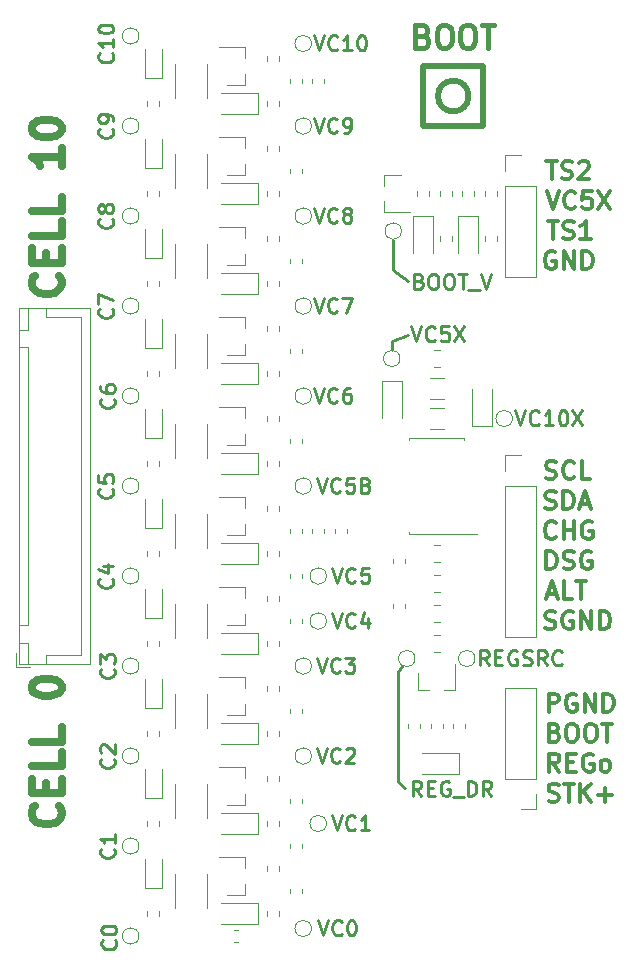
<source format=gbr>
G04 #@! TF.GenerationSoftware,KiCad,Pcbnew,(5.1.2)-2*
G04 #@! TF.CreationDate,2019-08-30T16:27:02-04:00*
G04 #@! TF.ProjectId,AFE SubBoard 0-2,41464520-5375-4624-926f-61726420302d,rev?*
G04 #@! TF.SameCoordinates,Original*
G04 #@! TF.FileFunction,Legend,Top*
G04 #@! TF.FilePolarity,Positive*
%FSLAX46Y46*%
G04 Gerber Fmt 4.6, Leading zero omitted, Abs format (unit mm)*
G04 Created by KiCad (PCBNEW (5.1.2)-2) date 2019-08-30 16:27:02*
%MOMM*%
%LPD*%
G04 APERTURE LIST*
%ADD10C,0.304800*%
%ADD11C,0.635000*%
%ADD12C,0.381000*%
%ADD13C,0.254000*%
%ADD14C,0.120000*%
%ADD15C,0.508000*%
G04 APERTURE END LIST*
D10*
X166188571Y-73006857D02*
X166406285Y-73079428D01*
X166769142Y-73079428D01*
X166914285Y-73006857D01*
X166986857Y-72934285D01*
X167059428Y-72789142D01*
X167059428Y-72644000D01*
X166986857Y-72498857D01*
X166914285Y-72426285D01*
X166769142Y-72353714D01*
X166478857Y-72281142D01*
X166333714Y-72208571D01*
X166261142Y-72136000D01*
X166188571Y-71990857D01*
X166188571Y-71845714D01*
X166261142Y-71700571D01*
X166333714Y-71628000D01*
X166478857Y-71555428D01*
X166841714Y-71555428D01*
X167059428Y-71628000D01*
X167494857Y-71555428D02*
X168365714Y-71555428D01*
X167930285Y-73079428D02*
X167930285Y-71555428D01*
X168873714Y-73079428D02*
X168873714Y-71555428D01*
X169744571Y-73079428D02*
X169091428Y-72208571D01*
X169744571Y-71555428D02*
X168873714Y-72426285D01*
X170397714Y-72498857D02*
X171558857Y-72498857D01*
X170978285Y-73079428D02*
X170978285Y-71918285D01*
X167113857Y-70539428D02*
X166605857Y-69813714D01*
X166243000Y-70539428D02*
X166243000Y-69015428D01*
X166823571Y-69015428D01*
X166968714Y-69088000D01*
X167041285Y-69160571D01*
X167113857Y-69305714D01*
X167113857Y-69523428D01*
X167041285Y-69668571D01*
X166968714Y-69741142D01*
X166823571Y-69813714D01*
X166243000Y-69813714D01*
X167767000Y-69741142D02*
X168275000Y-69741142D01*
X168492714Y-70539428D02*
X167767000Y-70539428D01*
X167767000Y-69015428D01*
X168492714Y-69015428D01*
X169944142Y-69088000D02*
X169799000Y-69015428D01*
X169581285Y-69015428D01*
X169363571Y-69088000D01*
X169218428Y-69233142D01*
X169145857Y-69378285D01*
X169073285Y-69668571D01*
X169073285Y-69886285D01*
X169145857Y-70176571D01*
X169218428Y-70321714D01*
X169363571Y-70466857D01*
X169581285Y-70539428D01*
X169726428Y-70539428D01*
X169944142Y-70466857D01*
X170016714Y-70394285D01*
X170016714Y-69886285D01*
X169726428Y-69886285D01*
X170887571Y-70539428D02*
X170742428Y-70466857D01*
X170669857Y-70394285D01*
X170597285Y-70249142D01*
X170597285Y-69813714D01*
X170669857Y-69668571D01*
X170742428Y-69596000D01*
X170887571Y-69523428D01*
X171105285Y-69523428D01*
X171250428Y-69596000D01*
X171323000Y-69668571D01*
X171395571Y-69813714D01*
X171395571Y-70249142D01*
X171323000Y-70394285D01*
X171250428Y-70466857D01*
X171105285Y-70539428D01*
X170887571Y-70539428D01*
X166714714Y-67201142D02*
X166932428Y-67273714D01*
X167005000Y-67346285D01*
X167077571Y-67491428D01*
X167077571Y-67709142D01*
X167005000Y-67854285D01*
X166932428Y-67926857D01*
X166787285Y-67999428D01*
X166206714Y-67999428D01*
X166206714Y-66475428D01*
X166714714Y-66475428D01*
X166859857Y-66548000D01*
X166932428Y-66620571D01*
X167005000Y-66765714D01*
X167005000Y-66910857D01*
X166932428Y-67056000D01*
X166859857Y-67128571D01*
X166714714Y-67201142D01*
X166206714Y-67201142D01*
X168021000Y-66475428D02*
X168311285Y-66475428D01*
X168456428Y-66548000D01*
X168601571Y-66693142D01*
X168674142Y-66983428D01*
X168674142Y-67491428D01*
X168601571Y-67781714D01*
X168456428Y-67926857D01*
X168311285Y-67999428D01*
X168021000Y-67999428D01*
X167875857Y-67926857D01*
X167730714Y-67781714D01*
X167658142Y-67491428D01*
X167658142Y-66983428D01*
X167730714Y-66693142D01*
X167875857Y-66548000D01*
X168021000Y-66475428D01*
X169617571Y-66475428D02*
X169907857Y-66475428D01*
X170053000Y-66548000D01*
X170198142Y-66693142D01*
X170270714Y-66983428D01*
X170270714Y-67491428D01*
X170198142Y-67781714D01*
X170053000Y-67926857D01*
X169907857Y-67999428D01*
X169617571Y-67999428D01*
X169472428Y-67926857D01*
X169327285Y-67781714D01*
X169254714Y-67491428D01*
X169254714Y-66983428D01*
X169327285Y-66693142D01*
X169472428Y-66548000D01*
X169617571Y-66475428D01*
X170706142Y-66475428D02*
X171577000Y-66475428D01*
X171141571Y-67999428D02*
X171141571Y-66475428D01*
X166188571Y-65459428D02*
X166188571Y-63935428D01*
X166769142Y-63935428D01*
X166914285Y-64008000D01*
X166986857Y-64080571D01*
X167059428Y-64225714D01*
X167059428Y-64443428D01*
X166986857Y-64588571D01*
X166914285Y-64661142D01*
X166769142Y-64733714D01*
X166188571Y-64733714D01*
X168510857Y-64008000D02*
X168365714Y-63935428D01*
X168148000Y-63935428D01*
X167930285Y-64008000D01*
X167785142Y-64153142D01*
X167712571Y-64298285D01*
X167640000Y-64588571D01*
X167640000Y-64806285D01*
X167712571Y-65096571D01*
X167785142Y-65241714D01*
X167930285Y-65386857D01*
X168148000Y-65459428D01*
X168293142Y-65459428D01*
X168510857Y-65386857D01*
X168583428Y-65314285D01*
X168583428Y-64806285D01*
X168293142Y-64806285D01*
X169236571Y-65459428D02*
X169236571Y-63935428D01*
X170107428Y-65459428D01*
X170107428Y-63935428D01*
X170833142Y-65459428D02*
X170833142Y-63935428D01*
X171196000Y-63935428D01*
X171413714Y-64008000D01*
X171558857Y-64153142D01*
X171631428Y-64298285D01*
X171704000Y-64588571D01*
X171704000Y-64806285D01*
X171631428Y-65096571D01*
X171558857Y-65241714D01*
X171413714Y-65386857D01*
X171196000Y-65459428D01*
X170833142Y-65459428D01*
X165898285Y-58401857D02*
X166116000Y-58474428D01*
X166478857Y-58474428D01*
X166624000Y-58401857D01*
X166696571Y-58329285D01*
X166769142Y-58184142D01*
X166769142Y-58039000D01*
X166696571Y-57893857D01*
X166624000Y-57821285D01*
X166478857Y-57748714D01*
X166188571Y-57676142D01*
X166043428Y-57603571D01*
X165970857Y-57531000D01*
X165898285Y-57385857D01*
X165898285Y-57240714D01*
X165970857Y-57095571D01*
X166043428Y-57023000D01*
X166188571Y-56950428D01*
X166551428Y-56950428D01*
X166769142Y-57023000D01*
X168220571Y-57023000D02*
X168075428Y-56950428D01*
X167857714Y-56950428D01*
X167640000Y-57023000D01*
X167494857Y-57168142D01*
X167422285Y-57313285D01*
X167349714Y-57603571D01*
X167349714Y-57821285D01*
X167422285Y-58111571D01*
X167494857Y-58256714D01*
X167640000Y-58401857D01*
X167857714Y-58474428D01*
X168002857Y-58474428D01*
X168220571Y-58401857D01*
X168293142Y-58329285D01*
X168293142Y-57821285D01*
X168002857Y-57821285D01*
X168946285Y-58474428D02*
X168946285Y-56950428D01*
X169817142Y-58474428D01*
X169817142Y-56950428D01*
X170542857Y-58474428D02*
X170542857Y-56950428D01*
X170905714Y-56950428D01*
X171123428Y-57023000D01*
X171268571Y-57168142D01*
X171341142Y-57313285D01*
X171413714Y-57603571D01*
X171413714Y-57821285D01*
X171341142Y-58111571D01*
X171268571Y-58256714D01*
X171123428Y-58401857D01*
X170905714Y-58474428D01*
X170542857Y-58474428D01*
X166079714Y-55499000D02*
X166805428Y-55499000D01*
X165934571Y-55934428D02*
X166442571Y-54410428D01*
X166950571Y-55934428D01*
X168184285Y-55934428D02*
X167458571Y-55934428D01*
X167458571Y-54410428D01*
X168474571Y-54410428D02*
X169345428Y-54410428D01*
X168910000Y-55934428D02*
X168910000Y-54410428D01*
X166007142Y-53394428D02*
X166007142Y-51870428D01*
X166370000Y-51870428D01*
X166587714Y-51943000D01*
X166732857Y-52088142D01*
X166805428Y-52233285D01*
X166878000Y-52523571D01*
X166878000Y-52741285D01*
X166805428Y-53031571D01*
X166732857Y-53176714D01*
X166587714Y-53321857D01*
X166370000Y-53394428D01*
X166007142Y-53394428D01*
X167458571Y-53321857D02*
X167676285Y-53394428D01*
X168039142Y-53394428D01*
X168184285Y-53321857D01*
X168256857Y-53249285D01*
X168329428Y-53104142D01*
X168329428Y-52959000D01*
X168256857Y-52813857D01*
X168184285Y-52741285D01*
X168039142Y-52668714D01*
X167748857Y-52596142D01*
X167603714Y-52523571D01*
X167531142Y-52451000D01*
X167458571Y-52305857D01*
X167458571Y-52160714D01*
X167531142Y-52015571D01*
X167603714Y-51943000D01*
X167748857Y-51870428D01*
X168111714Y-51870428D01*
X168329428Y-51943000D01*
X169780857Y-51943000D02*
X169635714Y-51870428D01*
X169418000Y-51870428D01*
X169200285Y-51943000D01*
X169055142Y-52088142D01*
X168982571Y-52233285D01*
X168910000Y-52523571D01*
X168910000Y-52741285D01*
X168982571Y-53031571D01*
X169055142Y-53176714D01*
X169200285Y-53321857D01*
X169418000Y-53394428D01*
X169563142Y-53394428D01*
X169780857Y-53321857D01*
X169853428Y-53249285D01*
X169853428Y-52741285D01*
X169563142Y-52741285D01*
X166805428Y-50709285D02*
X166732857Y-50781857D01*
X166515142Y-50854428D01*
X166370000Y-50854428D01*
X166152285Y-50781857D01*
X166007142Y-50636714D01*
X165934571Y-50491571D01*
X165862000Y-50201285D01*
X165862000Y-49983571D01*
X165934571Y-49693285D01*
X166007142Y-49548142D01*
X166152285Y-49403000D01*
X166370000Y-49330428D01*
X166515142Y-49330428D01*
X166732857Y-49403000D01*
X166805428Y-49475571D01*
X167458571Y-50854428D02*
X167458571Y-49330428D01*
X167458571Y-50056142D02*
X168329428Y-50056142D01*
X168329428Y-50854428D02*
X168329428Y-49330428D01*
X169853428Y-49403000D02*
X169708285Y-49330428D01*
X169490571Y-49330428D01*
X169272857Y-49403000D01*
X169127714Y-49548142D01*
X169055142Y-49693285D01*
X168982571Y-49983571D01*
X168982571Y-50201285D01*
X169055142Y-50491571D01*
X169127714Y-50636714D01*
X169272857Y-50781857D01*
X169490571Y-50854428D01*
X169635714Y-50854428D01*
X169853428Y-50781857D01*
X169926000Y-50709285D01*
X169926000Y-50201285D01*
X169635714Y-50201285D01*
X165916428Y-48241857D02*
X166134142Y-48314428D01*
X166497000Y-48314428D01*
X166642142Y-48241857D01*
X166714714Y-48169285D01*
X166787285Y-48024142D01*
X166787285Y-47879000D01*
X166714714Y-47733857D01*
X166642142Y-47661285D01*
X166497000Y-47588714D01*
X166206714Y-47516142D01*
X166061571Y-47443571D01*
X165989000Y-47371000D01*
X165916428Y-47225857D01*
X165916428Y-47080714D01*
X165989000Y-46935571D01*
X166061571Y-46863000D01*
X166206714Y-46790428D01*
X166569571Y-46790428D01*
X166787285Y-46863000D01*
X167440428Y-48314428D02*
X167440428Y-46790428D01*
X167803285Y-46790428D01*
X168021000Y-46863000D01*
X168166142Y-47008142D01*
X168238714Y-47153285D01*
X168311285Y-47443571D01*
X168311285Y-47661285D01*
X168238714Y-47951571D01*
X168166142Y-48096714D01*
X168021000Y-48241857D01*
X167803285Y-48314428D01*
X167440428Y-48314428D01*
X168891857Y-47879000D02*
X169617571Y-47879000D01*
X168746714Y-48314428D02*
X169254714Y-46790428D01*
X169762714Y-48314428D01*
X165952714Y-45701857D02*
X166170428Y-45774428D01*
X166533285Y-45774428D01*
X166678428Y-45701857D01*
X166751000Y-45629285D01*
X166823571Y-45484142D01*
X166823571Y-45339000D01*
X166751000Y-45193857D01*
X166678428Y-45121285D01*
X166533285Y-45048714D01*
X166243000Y-44976142D01*
X166097857Y-44903571D01*
X166025285Y-44831000D01*
X165952714Y-44685857D01*
X165952714Y-44540714D01*
X166025285Y-44395571D01*
X166097857Y-44323000D01*
X166243000Y-44250428D01*
X166605857Y-44250428D01*
X166823571Y-44323000D01*
X168347571Y-45629285D02*
X168275000Y-45701857D01*
X168057285Y-45774428D01*
X167912142Y-45774428D01*
X167694428Y-45701857D01*
X167549285Y-45556714D01*
X167476714Y-45411571D01*
X167404142Y-45121285D01*
X167404142Y-44903571D01*
X167476714Y-44613285D01*
X167549285Y-44468142D01*
X167694428Y-44323000D01*
X167912142Y-44250428D01*
X168057285Y-44250428D01*
X168275000Y-44323000D01*
X168347571Y-44395571D01*
X169726428Y-45774428D02*
X169000714Y-45774428D01*
X169000714Y-44250428D01*
X166732857Y-26543000D02*
X166587714Y-26470428D01*
X166370000Y-26470428D01*
X166152285Y-26543000D01*
X166007142Y-26688142D01*
X165934571Y-26833285D01*
X165862000Y-27123571D01*
X165862000Y-27341285D01*
X165934571Y-27631571D01*
X166007142Y-27776714D01*
X166152285Y-27921857D01*
X166370000Y-27994428D01*
X166515142Y-27994428D01*
X166732857Y-27921857D01*
X166805428Y-27849285D01*
X166805428Y-27341285D01*
X166515142Y-27341285D01*
X167458571Y-27994428D02*
X167458571Y-26470428D01*
X168329428Y-27994428D01*
X168329428Y-26470428D01*
X169055142Y-27994428D02*
X169055142Y-26470428D01*
X169418000Y-26470428D01*
X169635714Y-26543000D01*
X169780857Y-26688142D01*
X169853428Y-26833285D01*
X169926000Y-27123571D01*
X169926000Y-27341285D01*
X169853428Y-27631571D01*
X169780857Y-27776714D01*
X169635714Y-27921857D01*
X169418000Y-27994428D01*
X169055142Y-27994428D01*
X166134142Y-23930428D02*
X167005000Y-23930428D01*
X166569571Y-25454428D02*
X166569571Y-23930428D01*
X167440428Y-25381857D02*
X167658142Y-25454428D01*
X168021000Y-25454428D01*
X168166142Y-25381857D01*
X168238714Y-25309285D01*
X168311285Y-25164142D01*
X168311285Y-25019000D01*
X168238714Y-24873857D01*
X168166142Y-24801285D01*
X168021000Y-24728714D01*
X167730714Y-24656142D01*
X167585571Y-24583571D01*
X167513000Y-24511000D01*
X167440428Y-24365857D01*
X167440428Y-24220714D01*
X167513000Y-24075571D01*
X167585571Y-24003000D01*
X167730714Y-23930428D01*
X168093571Y-23930428D01*
X168311285Y-24003000D01*
X169762714Y-25454428D02*
X168891857Y-25454428D01*
X169327285Y-25454428D02*
X169327285Y-23930428D01*
X169182142Y-24148142D01*
X169037000Y-24293285D01*
X168891857Y-24365857D01*
X166061571Y-21390428D02*
X166569571Y-22914428D01*
X167077571Y-21390428D01*
X168456428Y-22769285D02*
X168383857Y-22841857D01*
X168166142Y-22914428D01*
X168021000Y-22914428D01*
X167803285Y-22841857D01*
X167658142Y-22696714D01*
X167585571Y-22551571D01*
X167513000Y-22261285D01*
X167513000Y-22043571D01*
X167585571Y-21753285D01*
X167658142Y-21608142D01*
X167803285Y-21463000D01*
X168021000Y-21390428D01*
X168166142Y-21390428D01*
X168383857Y-21463000D01*
X168456428Y-21535571D01*
X169835285Y-21390428D02*
X169109571Y-21390428D01*
X169037000Y-22116142D01*
X169109571Y-22043571D01*
X169254714Y-21971000D01*
X169617571Y-21971000D01*
X169762714Y-22043571D01*
X169835285Y-22116142D01*
X169907857Y-22261285D01*
X169907857Y-22624142D01*
X169835285Y-22769285D01*
X169762714Y-22841857D01*
X169617571Y-22914428D01*
X169254714Y-22914428D01*
X169109571Y-22841857D01*
X169037000Y-22769285D01*
X170415857Y-21390428D02*
X171431857Y-22914428D01*
X171431857Y-21390428D02*
X170415857Y-22914428D01*
X166007142Y-18850428D02*
X166878000Y-18850428D01*
X166442571Y-20374428D02*
X166442571Y-18850428D01*
X167313428Y-20301857D02*
X167531142Y-20374428D01*
X167894000Y-20374428D01*
X168039142Y-20301857D01*
X168111714Y-20229285D01*
X168184285Y-20084142D01*
X168184285Y-19939000D01*
X168111714Y-19793857D01*
X168039142Y-19721285D01*
X167894000Y-19648714D01*
X167603714Y-19576142D01*
X167458571Y-19503571D01*
X167386000Y-19431000D01*
X167313428Y-19285857D01*
X167313428Y-19140714D01*
X167386000Y-18995571D01*
X167458571Y-18923000D01*
X167603714Y-18850428D01*
X167966571Y-18850428D01*
X168184285Y-18923000D01*
X168764857Y-18995571D02*
X168837428Y-18923000D01*
X168982571Y-18850428D01*
X169345428Y-18850428D01*
X169490571Y-18923000D01*
X169563142Y-18995571D01*
X169635714Y-19140714D01*
X169635714Y-19285857D01*
X169563142Y-19503571D01*
X168692285Y-20374428D01*
X169635714Y-20374428D01*
D11*
X124732142Y-28538714D02*
X124853095Y-28659666D01*
X124974047Y-29022523D01*
X124974047Y-29264428D01*
X124853095Y-29627285D01*
X124611190Y-29869190D01*
X124369285Y-29990142D01*
X123885476Y-30111095D01*
X123522619Y-30111095D01*
X123038809Y-29990142D01*
X122796904Y-29869190D01*
X122555000Y-29627285D01*
X122434047Y-29264428D01*
X122434047Y-29022523D01*
X122555000Y-28659666D01*
X122675952Y-28538714D01*
X123643571Y-27450142D02*
X123643571Y-26603476D01*
X124974047Y-26240619D02*
X124974047Y-27450142D01*
X122434047Y-27450142D01*
X122434047Y-26240619D01*
X124974047Y-23942523D02*
X124974047Y-25152047D01*
X122434047Y-25152047D01*
X124974047Y-21886333D02*
X124974047Y-23095857D01*
X122434047Y-23095857D01*
X124974047Y-17773952D02*
X124974047Y-19225380D01*
X124974047Y-18499666D02*
X122434047Y-18499666D01*
X122796904Y-18741571D01*
X123038809Y-18983476D01*
X123159761Y-19225380D01*
X122434047Y-16201571D02*
X122434047Y-15959666D01*
X122555000Y-15717761D01*
X122675952Y-15596809D01*
X122917857Y-15475857D01*
X123401666Y-15354904D01*
X124006428Y-15354904D01*
X124490238Y-15475857D01*
X124732142Y-15596809D01*
X124853095Y-15717761D01*
X124974047Y-15959666D01*
X124974047Y-16201571D01*
X124853095Y-16443476D01*
X124732142Y-16564428D01*
X124490238Y-16685380D01*
X124006428Y-16806333D01*
X123401666Y-16806333D01*
X122917857Y-16685380D01*
X122675952Y-16564428D01*
X122555000Y-16443476D01*
X122434047Y-16201571D01*
X124732142Y-73430190D02*
X124853095Y-73551142D01*
X124974047Y-73914000D01*
X124974047Y-74155904D01*
X124853095Y-74518761D01*
X124611190Y-74760666D01*
X124369285Y-74881619D01*
X123885476Y-75002571D01*
X123522619Y-75002571D01*
X123038809Y-74881619D01*
X122796904Y-74760666D01*
X122555000Y-74518761D01*
X122434047Y-74155904D01*
X122434047Y-73914000D01*
X122555000Y-73551142D01*
X122675952Y-73430190D01*
X123643571Y-72341619D02*
X123643571Y-71494952D01*
X124974047Y-71132095D02*
X124974047Y-72341619D01*
X122434047Y-72341619D01*
X122434047Y-71132095D01*
X124974047Y-68834000D02*
X124974047Y-70043523D01*
X122434047Y-70043523D01*
X124974047Y-66777809D02*
X124974047Y-67987333D01*
X122434047Y-67987333D01*
X122434047Y-63512095D02*
X122434047Y-63270190D01*
X122555000Y-63028285D01*
X122675952Y-62907333D01*
X122917857Y-62786380D01*
X123401666Y-62665428D01*
X124006428Y-62665428D01*
X124490238Y-62786380D01*
X124732142Y-62907333D01*
X124853095Y-63028285D01*
X124974047Y-63270190D01*
X124974047Y-63512095D01*
X124853095Y-63754000D01*
X124732142Y-63874952D01*
X124490238Y-63995904D01*
X124006428Y-64116857D01*
X123401666Y-64116857D01*
X122917857Y-63995904D01*
X122675952Y-63874952D01*
X122555000Y-63754000D01*
X122434047Y-63512095D01*
D12*
X155529642Y-8245928D02*
X155801785Y-8336642D01*
X155892500Y-8427357D01*
X155983214Y-8608785D01*
X155983214Y-8880928D01*
X155892500Y-9062357D01*
X155801785Y-9153071D01*
X155620357Y-9243785D01*
X154894642Y-9243785D01*
X154894642Y-7338785D01*
X155529642Y-7338785D01*
X155711071Y-7429500D01*
X155801785Y-7520214D01*
X155892500Y-7701642D01*
X155892500Y-7883071D01*
X155801785Y-8064500D01*
X155711071Y-8155214D01*
X155529642Y-8245928D01*
X154894642Y-8245928D01*
X157162500Y-7338785D02*
X157525357Y-7338785D01*
X157706785Y-7429500D01*
X157888214Y-7610928D01*
X157978928Y-7973785D01*
X157978928Y-8608785D01*
X157888214Y-8971642D01*
X157706785Y-9153071D01*
X157525357Y-9243785D01*
X157162500Y-9243785D01*
X156981071Y-9153071D01*
X156799642Y-8971642D01*
X156708928Y-8608785D01*
X156708928Y-7973785D01*
X156799642Y-7610928D01*
X156981071Y-7429500D01*
X157162500Y-7338785D01*
X159158214Y-7338785D02*
X159521071Y-7338785D01*
X159702500Y-7429500D01*
X159883928Y-7610928D01*
X159974642Y-7973785D01*
X159974642Y-8608785D01*
X159883928Y-8971642D01*
X159702500Y-9153071D01*
X159521071Y-9243785D01*
X159158214Y-9243785D01*
X158976785Y-9153071D01*
X158795357Y-8971642D01*
X158704642Y-8608785D01*
X158704642Y-7973785D01*
X158795357Y-7610928D01*
X158976785Y-7429500D01*
X159158214Y-7338785D01*
X160518928Y-7338785D02*
X161607500Y-7338785D01*
X161063214Y-9243785D02*
X161063214Y-7338785D01*
D13*
X153416000Y-62103000D02*
X153797000Y-61595000D01*
X153416000Y-71374000D02*
X153416000Y-62103000D01*
X154051000Y-71882000D02*
X153416000Y-71374000D01*
X155417761Y-72583523D02*
X154994428Y-71978761D01*
X154692047Y-72583523D02*
X154692047Y-71313523D01*
X155175857Y-71313523D01*
X155296809Y-71374000D01*
X155357285Y-71434476D01*
X155417761Y-71555428D01*
X155417761Y-71736857D01*
X155357285Y-71857809D01*
X155296809Y-71918285D01*
X155175857Y-71978761D01*
X154692047Y-71978761D01*
X155962047Y-71918285D02*
X156385380Y-71918285D01*
X156566809Y-72583523D02*
X155962047Y-72583523D01*
X155962047Y-71313523D01*
X156566809Y-71313523D01*
X157776333Y-71374000D02*
X157655380Y-71313523D01*
X157473952Y-71313523D01*
X157292523Y-71374000D01*
X157171571Y-71494952D01*
X157111095Y-71615904D01*
X157050619Y-71857809D01*
X157050619Y-72039238D01*
X157111095Y-72281142D01*
X157171571Y-72402095D01*
X157292523Y-72523047D01*
X157473952Y-72583523D01*
X157594904Y-72583523D01*
X157776333Y-72523047D01*
X157836809Y-72462571D01*
X157836809Y-72039238D01*
X157594904Y-72039238D01*
X158078714Y-72704476D02*
X159046333Y-72704476D01*
X159348714Y-72583523D02*
X159348714Y-71313523D01*
X159651095Y-71313523D01*
X159832523Y-71374000D01*
X159953476Y-71494952D01*
X160013952Y-71615904D01*
X160074428Y-71857809D01*
X160074428Y-72039238D01*
X160013952Y-72281142D01*
X159953476Y-72402095D01*
X159832523Y-72523047D01*
X159651095Y-72583523D01*
X159348714Y-72583523D01*
X161344428Y-72583523D02*
X160921095Y-71978761D01*
X160618714Y-72583523D02*
X160618714Y-71313523D01*
X161102523Y-71313523D01*
X161223476Y-71374000D01*
X161283952Y-71434476D01*
X161344428Y-71555428D01*
X161344428Y-71736857D01*
X161283952Y-71857809D01*
X161223476Y-71918285D01*
X161102523Y-71978761D01*
X160618714Y-71978761D01*
X161138809Y-61534523D02*
X160715476Y-60929761D01*
X160413095Y-61534523D02*
X160413095Y-60264523D01*
X160896904Y-60264523D01*
X161017857Y-60325000D01*
X161078333Y-60385476D01*
X161138809Y-60506428D01*
X161138809Y-60687857D01*
X161078333Y-60808809D01*
X161017857Y-60869285D01*
X160896904Y-60929761D01*
X160413095Y-60929761D01*
X161683095Y-60869285D02*
X162106428Y-60869285D01*
X162287857Y-61534523D02*
X161683095Y-61534523D01*
X161683095Y-60264523D01*
X162287857Y-60264523D01*
X163497380Y-60325000D02*
X163376428Y-60264523D01*
X163195000Y-60264523D01*
X163013571Y-60325000D01*
X162892619Y-60445952D01*
X162832142Y-60566904D01*
X162771666Y-60808809D01*
X162771666Y-60990238D01*
X162832142Y-61232142D01*
X162892619Y-61353095D01*
X163013571Y-61474047D01*
X163195000Y-61534523D01*
X163315952Y-61534523D01*
X163497380Y-61474047D01*
X163557857Y-61413571D01*
X163557857Y-60990238D01*
X163315952Y-60990238D01*
X164041666Y-61474047D02*
X164223095Y-61534523D01*
X164525476Y-61534523D01*
X164646428Y-61474047D01*
X164706904Y-61413571D01*
X164767380Y-61292619D01*
X164767380Y-61171666D01*
X164706904Y-61050714D01*
X164646428Y-60990238D01*
X164525476Y-60929761D01*
X164283571Y-60869285D01*
X164162619Y-60808809D01*
X164102142Y-60748333D01*
X164041666Y-60627380D01*
X164041666Y-60506428D01*
X164102142Y-60385476D01*
X164162619Y-60325000D01*
X164283571Y-60264523D01*
X164585952Y-60264523D01*
X164767380Y-60325000D01*
X166037380Y-61534523D02*
X165614047Y-60929761D01*
X165311666Y-61534523D02*
X165311666Y-60264523D01*
X165795476Y-60264523D01*
X165916428Y-60325000D01*
X165976904Y-60385476D01*
X166037380Y-60506428D01*
X166037380Y-60687857D01*
X165976904Y-60808809D01*
X165916428Y-60869285D01*
X165795476Y-60929761D01*
X165311666Y-60929761D01*
X167307380Y-61413571D02*
X167246904Y-61474047D01*
X167065476Y-61534523D01*
X166944523Y-61534523D01*
X166763095Y-61474047D01*
X166642142Y-61353095D01*
X166581666Y-61232142D01*
X166521190Y-60990238D01*
X166521190Y-60808809D01*
X166581666Y-60566904D01*
X166642142Y-60445952D01*
X166763095Y-60325000D01*
X166944523Y-60264523D01*
X167065476Y-60264523D01*
X167246904Y-60325000D01*
X167307380Y-60385476D01*
X163370380Y-39944523D02*
X163793714Y-41214523D01*
X164217047Y-39944523D01*
X165366095Y-41093571D02*
X165305619Y-41154047D01*
X165124190Y-41214523D01*
X165003238Y-41214523D01*
X164821809Y-41154047D01*
X164700857Y-41033095D01*
X164640380Y-40912142D01*
X164579904Y-40670238D01*
X164579904Y-40488809D01*
X164640380Y-40246904D01*
X164700857Y-40125952D01*
X164821809Y-40005000D01*
X165003238Y-39944523D01*
X165124190Y-39944523D01*
X165305619Y-40005000D01*
X165366095Y-40065476D01*
X166575619Y-41214523D02*
X165849904Y-41214523D01*
X166212761Y-41214523D02*
X166212761Y-39944523D01*
X166091809Y-40125952D01*
X165970857Y-40246904D01*
X165849904Y-40307380D01*
X167361809Y-39944523D02*
X167482761Y-39944523D01*
X167603714Y-40005000D01*
X167664190Y-40065476D01*
X167724666Y-40186428D01*
X167785142Y-40428333D01*
X167785142Y-40730714D01*
X167724666Y-40972619D01*
X167664190Y-41093571D01*
X167603714Y-41154047D01*
X167482761Y-41214523D01*
X167361809Y-41214523D01*
X167240857Y-41154047D01*
X167180380Y-41093571D01*
X167119904Y-40972619D01*
X167059428Y-40730714D01*
X167059428Y-40428333D01*
X167119904Y-40186428D01*
X167180380Y-40065476D01*
X167240857Y-40005000D01*
X167361809Y-39944523D01*
X168208476Y-39944523D02*
X169055142Y-41214523D01*
X169055142Y-39944523D02*
X168208476Y-41214523D01*
X152908000Y-34036000D02*
X152908000Y-34798000D01*
X154305000Y-33528000D02*
X152908000Y-34036000D01*
X154577142Y-32832523D02*
X155000476Y-34102523D01*
X155423809Y-32832523D01*
X156572857Y-33981571D02*
X156512380Y-34042047D01*
X156330952Y-34102523D01*
X156210000Y-34102523D01*
X156028571Y-34042047D01*
X155907619Y-33921095D01*
X155847142Y-33800142D01*
X155786666Y-33558238D01*
X155786666Y-33376809D01*
X155847142Y-33134904D01*
X155907619Y-33013952D01*
X156028571Y-32893000D01*
X156210000Y-32832523D01*
X156330952Y-32832523D01*
X156512380Y-32893000D01*
X156572857Y-32953476D01*
X157721904Y-32832523D02*
X157117142Y-32832523D01*
X157056666Y-33437285D01*
X157117142Y-33376809D01*
X157238095Y-33316333D01*
X157540476Y-33316333D01*
X157661428Y-33376809D01*
X157721904Y-33437285D01*
X157782380Y-33558238D01*
X157782380Y-33860619D01*
X157721904Y-33981571D01*
X157661428Y-34042047D01*
X157540476Y-34102523D01*
X157238095Y-34102523D01*
X157117142Y-34042047D01*
X157056666Y-33981571D01*
X158205714Y-32832523D02*
X159052380Y-34102523D01*
X159052380Y-32832523D02*
X158205714Y-34102523D01*
X153035000Y-28067000D02*
X153035000Y-25527000D01*
X154305000Y-28956000D02*
X153035000Y-28067000D01*
X155236333Y-28992285D02*
X155417761Y-29052761D01*
X155478238Y-29113238D01*
X155538714Y-29234190D01*
X155538714Y-29415619D01*
X155478238Y-29536571D01*
X155417761Y-29597047D01*
X155296809Y-29657523D01*
X154813000Y-29657523D01*
X154813000Y-28387523D01*
X155236333Y-28387523D01*
X155357285Y-28448000D01*
X155417761Y-28508476D01*
X155478238Y-28629428D01*
X155478238Y-28750380D01*
X155417761Y-28871333D01*
X155357285Y-28931809D01*
X155236333Y-28992285D01*
X154813000Y-28992285D01*
X156324904Y-28387523D02*
X156566809Y-28387523D01*
X156687761Y-28448000D01*
X156808714Y-28568952D01*
X156869190Y-28810857D01*
X156869190Y-29234190D01*
X156808714Y-29476095D01*
X156687761Y-29597047D01*
X156566809Y-29657523D01*
X156324904Y-29657523D01*
X156203952Y-29597047D01*
X156083000Y-29476095D01*
X156022523Y-29234190D01*
X156022523Y-28810857D01*
X156083000Y-28568952D01*
X156203952Y-28448000D01*
X156324904Y-28387523D01*
X157655380Y-28387523D02*
X157897285Y-28387523D01*
X158018238Y-28448000D01*
X158139190Y-28568952D01*
X158199666Y-28810857D01*
X158199666Y-29234190D01*
X158139190Y-29476095D01*
X158018238Y-29597047D01*
X157897285Y-29657523D01*
X157655380Y-29657523D01*
X157534428Y-29597047D01*
X157413476Y-29476095D01*
X157353000Y-29234190D01*
X157353000Y-28810857D01*
X157413476Y-28568952D01*
X157534428Y-28448000D01*
X157655380Y-28387523D01*
X158562523Y-28387523D02*
X159288238Y-28387523D01*
X158925380Y-29657523D02*
X158925380Y-28387523D01*
X159409190Y-29778476D02*
X160376809Y-29778476D01*
X160497761Y-28387523D02*
X160921095Y-29657523D01*
X161344428Y-28387523D01*
X146322142Y-8194523D02*
X146745476Y-9464523D01*
X147168809Y-8194523D01*
X148317857Y-9343571D02*
X148257380Y-9404047D01*
X148075952Y-9464523D01*
X147955000Y-9464523D01*
X147773571Y-9404047D01*
X147652619Y-9283095D01*
X147592142Y-9162142D01*
X147531666Y-8920238D01*
X147531666Y-8738809D01*
X147592142Y-8496904D01*
X147652619Y-8375952D01*
X147773571Y-8255000D01*
X147955000Y-8194523D01*
X148075952Y-8194523D01*
X148257380Y-8255000D01*
X148317857Y-8315476D01*
X149527380Y-9464523D02*
X148801666Y-9464523D01*
X149164523Y-9464523D02*
X149164523Y-8194523D01*
X149043571Y-8375952D01*
X148922619Y-8496904D01*
X148801666Y-8557380D01*
X150313571Y-8194523D02*
X150434523Y-8194523D01*
X150555476Y-8255000D01*
X150615952Y-8315476D01*
X150676428Y-8436428D01*
X150736904Y-8678333D01*
X150736904Y-8980714D01*
X150676428Y-9222619D01*
X150615952Y-9343571D01*
X150555476Y-9404047D01*
X150434523Y-9464523D01*
X150313571Y-9464523D01*
X150192619Y-9404047D01*
X150132142Y-9343571D01*
X150071666Y-9222619D01*
X150011190Y-8980714D01*
X150011190Y-8678333D01*
X150071666Y-8436428D01*
X150132142Y-8315476D01*
X150192619Y-8255000D01*
X150313571Y-8194523D01*
X146291904Y-15179523D02*
X146715238Y-16449523D01*
X147138571Y-15179523D01*
X148287619Y-16328571D02*
X148227142Y-16389047D01*
X148045714Y-16449523D01*
X147924761Y-16449523D01*
X147743333Y-16389047D01*
X147622380Y-16268095D01*
X147561904Y-16147142D01*
X147501428Y-15905238D01*
X147501428Y-15723809D01*
X147561904Y-15481904D01*
X147622380Y-15360952D01*
X147743333Y-15240000D01*
X147924761Y-15179523D01*
X148045714Y-15179523D01*
X148227142Y-15240000D01*
X148287619Y-15300476D01*
X148892380Y-16449523D02*
X149134285Y-16449523D01*
X149255238Y-16389047D01*
X149315714Y-16328571D01*
X149436666Y-16147142D01*
X149497142Y-15905238D01*
X149497142Y-15421428D01*
X149436666Y-15300476D01*
X149376190Y-15240000D01*
X149255238Y-15179523D01*
X149013333Y-15179523D01*
X148892380Y-15240000D01*
X148831904Y-15300476D01*
X148771428Y-15421428D01*
X148771428Y-15723809D01*
X148831904Y-15844761D01*
X148892380Y-15905238D01*
X149013333Y-15965714D01*
X149255238Y-15965714D01*
X149376190Y-15905238D01*
X149436666Y-15844761D01*
X149497142Y-15723809D01*
X146291904Y-22799523D02*
X146715238Y-24069523D01*
X147138571Y-22799523D01*
X148287619Y-23948571D02*
X148227142Y-24009047D01*
X148045714Y-24069523D01*
X147924761Y-24069523D01*
X147743333Y-24009047D01*
X147622380Y-23888095D01*
X147561904Y-23767142D01*
X147501428Y-23525238D01*
X147501428Y-23343809D01*
X147561904Y-23101904D01*
X147622380Y-22980952D01*
X147743333Y-22860000D01*
X147924761Y-22799523D01*
X148045714Y-22799523D01*
X148227142Y-22860000D01*
X148287619Y-22920476D01*
X149013333Y-23343809D02*
X148892380Y-23283333D01*
X148831904Y-23222857D01*
X148771428Y-23101904D01*
X148771428Y-23041428D01*
X148831904Y-22920476D01*
X148892380Y-22860000D01*
X149013333Y-22799523D01*
X149255238Y-22799523D01*
X149376190Y-22860000D01*
X149436666Y-22920476D01*
X149497142Y-23041428D01*
X149497142Y-23101904D01*
X149436666Y-23222857D01*
X149376190Y-23283333D01*
X149255238Y-23343809D01*
X149013333Y-23343809D01*
X148892380Y-23404285D01*
X148831904Y-23464761D01*
X148771428Y-23585714D01*
X148771428Y-23827619D01*
X148831904Y-23948571D01*
X148892380Y-24009047D01*
X149013333Y-24069523D01*
X149255238Y-24069523D01*
X149376190Y-24009047D01*
X149436666Y-23948571D01*
X149497142Y-23827619D01*
X149497142Y-23585714D01*
X149436666Y-23464761D01*
X149376190Y-23404285D01*
X149255238Y-23343809D01*
X146291904Y-30419523D02*
X146715238Y-31689523D01*
X147138571Y-30419523D01*
X148287619Y-31568571D02*
X148227142Y-31629047D01*
X148045714Y-31689523D01*
X147924761Y-31689523D01*
X147743333Y-31629047D01*
X147622380Y-31508095D01*
X147561904Y-31387142D01*
X147501428Y-31145238D01*
X147501428Y-30963809D01*
X147561904Y-30721904D01*
X147622380Y-30600952D01*
X147743333Y-30480000D01*
X147924761Y-30419523D01*
X148045714Y-30419523D01*
X148227142Y-30480000D01*
X148287619Y-30540476D01*
X148710952Y-30419523D02*
X149557619Y-30419523D01*
X149013333Y-31689523D01*
X146291904Y-38039523D02*
X146715238Y-39309523D01*
X147138571Y-38039523D01*
X148287619Y-39188571D02*
X148227142Y-39249047D01*
X148045714Y-39309523D01*
X147924761Y-39309523D01*
X147743333Y-39249047D01*
X147622380Y-39128095D01*
X147561904Y-39007142D01*
X147501428Y-38765238D01*
X147501428Y-38583809D01*
X147561904Y-38341904D01*
X147622380Y-38220952D01*
X147743333Y-38100000D01*
X147924761Y-38039523D01*
X148045714Y-38039523D01*
X148227142Y-38100000D01*
X148287619Y-38160476D01*
X149376190Y-38039523D02*
X149134285Y-38039523D01*
X149013333Y-38100000D01*
X148952857Y-38160476D01*
X148831904Y-38341904D01*
X148771428Y-38583809D01*
X148771428Y-39067619D01*
X148831904Y-39188571D01*
X148892380Y-39249047D01*
X149013333Y-39309523D01*
X149255238Y-39309523D01*
X149376190Y-39249047D01*
X149436666Y-39188571D01*
X149497142Y-39067619D01*
X149497142Y-38765238D01*
X149436666Y-38644285D01*
X149376190Y-38583809D01*
X149255238Y-38523333D01*
X149013333Y-38523333D01*
X148892380Y-38583809D01*
X148831904Y-38644285D01*
X148771428Y-38765238D01*
X146545904Y-45659523D02*
X146969238Y-46929523D01*
X147392571Y-45659523D01*
X148541619Y-46808571D02*
X148481142Y-46869047D01*
X148299714Y-46929523D01*
X148178761Y-46929523D01*
X147997333Y-46869047D01*
X147876380Y-46748095D01*
X147815904Y-46627142D01*
X147755428Y-46385238D01*
X147755428Y-46203809D01*
X147815904Y-45961904D01*
X147876380Y-45840952D01*
X147997333Y-45720000D01*
X148178761Y-45659523D01*
X148299714Y-45659523D01*
X148481142Y-45720000D01*
X148541619Y-45780476D01*
X149690666Y-45659523D02*
X149085904Y-45659523D01*
X149025428Y-46264285D01*
X149085904Y-46203809D01*
X149206857Y-46143333D01*
X149509238Y-46143333D01*
X149630190Y-46203809D01*
X149690666Y-46264285D01*
X149751142Y-46385238D01*
X149751142Y-46687619D01*
X149690666Y-46808571D01*
X149630190Y-46869047D01*
X149509238Y-46929523D01*
X149206857Y-46929523D01*
X149085904Y-46869047D01*
X149025428Y-46808571D01*
X150718761Y-46264285D02*
X150900190Y-46324761D01*
X150960666Y-46385238D01*
X151021142Y-46506190D01*
X151021142Y-46687619D01*
X150960666Y-46808571D01*
X150900190Y-46869047D01*
X150779238Y-46929523D01*
X150295428Y-46929523D01*
X150295428Y-45659523D01*
X150718761Y-45659523D01*
X150839714Y-45720000D01*
X150900190Y-45780476D01*
X150960666Y-45901428D01*
X150960666Y-46022380D01*
X150900190Y-46143333D01*
X150839714Y-46203809D01*
X150718761Y-46264285D01*
X150295428Y-46264285D01*
X147815904Y-53279523D02*
X148239238Y-54549523D01*
X148662571Y-53279523D01*
X149811619Y-54428571D02*
X149751142Y-54489047D01*
X149569714Y-54549523D01*
X149448761Y-54549523D01*
X149267333Y-54489047D01*
X149146380Y-54368095D01*
X149085904Y-54247142D01*
X149025428Y-54005238D01*
X149025428Y-53823809D01*
X149085904Y-53581904D01*
X149146380Y-53460952D01*
X149267333Y-53340000D01*
X149448761Y-53279523D01*
X149569714Y-53279523D01*
X149751142Y-53340000D01*
X149811619Y-53400476D01*
X150960666Y-53279523D02*
X150355904Y-53279523D01*
X150295428Y-53884285D01*
X150355904Y-53823809D01*
X150476857Y-53763333D01*
X150779238Y-53763333D01*
X150900190Y-53823809D01*
X150960666Y-53884285D01*
X151021142Y-54005238D01*
X151021142Y-54307619D01*
X150960666Y-54428571D01*
X150900190Y-54489047D01*
X150779238Y-54549523D01*
X150476857Y-54549523D01*
X150355904Y-54489047D01*
X150295428Y-54428571D01*
X147815904Y-57089523D02*
X148239238Y-58359523D01*
X148662571Y-57089523D01*
X149811619Y-58238571D02*
X149751142Y-58299047D01*
X149569714Y-58359523D01*
X149448761Y-58359523D01*
X149267333Y-58299047D01*
X149146380Y-58178095D01*
X149085904Y-58057142D01*
X149025428Y-57815238D01*
X149025428Y-57633809D01*
X149085904Y-57391904D01*
X149146380Y-57270952D01*
X149267333Y-57150000D01*
X149448761Y-57089523D01*
X149569714Y-57089523D01*
X149751142Y-57150000D01*
X149811619Y-57210476D01*
X150900190Y-57512857D02*
X150900190Y-58359523D01*
X150597809Y-57029047D02*
X150295428Y-57936190D01*
X151081619Y-57936190D01*
X146545904Y-60899523D02*
X146969238Y-62169523D01*
X147392571Y-60899523D01*
X148541619Y-62048571D02*
X148481142Y-62109047D01*
X148299714Y-62169523D01*
X148178761Y-62169523D01*
X147997333Y-62109047D01*
X147876380Y-61988095D01*
X147815904Y-61867142D01*
X147755428Y-61625238D01*
X147755428Y-61443809D01*
X147815904Y-61201904D01*
X147876380Y-61080952D01*
X147997333Y-60960000D01*
X148178761Y-60899523D01*
X148299714Y-60899523D01*
X148481142Y-60960000D01*
X148541619Y-61020476D01*
X148964952Y-60899523D02*
X149751142Y-60899523D01*
X149327809Y-61383333D01*
X149509238Y-61383333D01*
X149630190Y-61443809D01*
X149690666Y-61504285D01*
X149751142Y-61625238D01*
X149751142Y-61927619D01*
X149690666Y-62048571D01*
X149630190Y-62109047D01*
X149509238Y-62169523D01*
X149146380Y-62169523D01*
X149025428Y-62109047D01*
X148964952Y-62048571D01*
X146545904Y-68519523D02*
X146969238Y-69789523D01*
X147392571Y-68519523D01*
X148541619Y-69668571D02*
X148481142Y-69729047D01*
X148299714Y-69789523D01*
X148178761Y-69789523D01*
X147997333Y-69729047D01*
X147876380Y-69608095D01*
X147815904Y-69487142D01*
X147755428Y-69245238D01*
X147755428Y-69063809D01*
X147815904Y-68821904D01*
X147876380Y-68700952D01*
X147997333Y-68580000D01*
X148178761Y-68519523D01*
X148299714Y-68519523D01*
X148481142Y-68580000D01*
X148541619Y-68640476D01*
X149025428Y-68640476D02*
X149085904Y-68580000D01*
X149206857Y-68519523D01*
X149509238Y-68519523D01*
X149630190Y-68580000D01*
X149690666Y-68640476D01*
X149751142Y-68761428D01*
X149751142Y-68882380D01*
X149690666Y-69063809D01*
X148964952Y-69789523D01*
X149751142Y-69789523D01*
X147815904Y-74234523D02*
X148239238Y-75504523D01*
X148662571Y-74234523D01*
X149811619Y-75383571D02*
X149751142Y-75444047D01*
X149569714Y-75504523D01*
X149448761Y-75504523D01*
X149267333Y-75444047D01*
X149146380Y-75323095D01*
X149085904Y-75202142D01*
X149025428Y-74960238D01*
X149025428Y-74778809D01*
X149085904Y-74536904D01*
X149146380Y-74415952D01*
X149267333Y-74295000D01*
X149448761Y-74234523D01*
X149569714Y-74234523D01*
X149751142Y-74295000D01*
X149811619Y-74355476D01*
X151021142Y-75504523D02*
X150295428Y-75504523D01*
X150658285Y-75504523D02*
X150658285Y-74234523D01*
X150537333Y-74415952D01*
X150416380Y-74536904D01*
X150295428Y-74597380D01*
X146672904Y-83124523D02*
X147096238Y-84394523D01*
X147519571Y-83124523D01*
X148668619Y-84273571D02*
X148608142Y-84334047D01*
X148426714Y-84394523D01*
X148305761Y-84394523D01*
X148124333Y-84334047D01*
X148003380Y-84213095D01*
X147942904Y-84092142D01*
X147882428Y-83850238D01*
X147882428Y-83668809D01*
X147942904Y-83426904D01*
X148003380Y-83305952D01*
X148124333Y-83185000D01*
X148305761Y-83124523D01*
X148426714Y-83124523D01*
X148608142Y-83185000D01*
X148668619Y-83245476D01*
X149454809Y-83124523D02*
X149575761Y-83124523D01*
X149696714Y-83185000D01*
X149757190Y-83245476D01*
X149817666Y-83366428D01*
X149878142Y-83608333D01*
X149878142Y-83910714D01*
X149817666Y-84152619D01*
X149757190Y-84273571D01*
X149696714Y-84334047D01*
X149575761Y-84394523D01*
X149454809Y-84394523D01*
X149333857Y-84334047D01*
X149273380Y-84273571D01*
X149212904Y-84152619D01*
X149152428Y-83910714D01*
X149152428Y-83608333D01*
X149212904Y-83366428D01*
X149273380Y-83245476D01*
X149333857Y-83185000D01*
X149454809Y-83124523D01*
X129231571Y-9706428D02*
X129292047Y-9766904D01*
X129352523Y-9948333D01*
X129352523Y-10069285D01*
X129292047Y-10250714D01*
X129171095Y-10371666D01*
X129050142Y-10432142D01*
X128808238Y-10492619D01*
X128626809Y-10492619D01*
X128384904Y-10432142D01*
X128263952Y-10371666D01*
X128143000Y-10250714D01*
X128082523Y-10069285D01*
X128082523Y-9948333D01*
X128143000Y-9766904D01*
X128203476Y-9706428D01*
X129352523Y-8496904D02*
X129352523Y-9222619D01*
X129352523Y-8859761D02*
X128082523Y-8859761D01*
X128263952Y-8980714D01*
X128384904Y-9101666D01*
X128445380Y-9222619D01*
X128082523Y-7710714D02*
X128082523Y-7589761D01*
X128143000Y-7468809D01*
X128203476Y-7408333D01*
X128324428Y-7347857D01*
X128566333Y-7287380D01*
X128868714Y-7287380D01*
X129110619Y-7347857D01*
X129231571Y-7408333D01*
X129292047Y-7468809D01*
X129352523Y-7589761D01*
X129352523Y-7710714D01*
X129292047Y-7831666D01*
X129231571Y-7892142D01*
X129110619Y-7952619D01*
X128868714Y-8013095D01*
X128566333Y-8013095D01*
X128324428Y-7952619D01*
X128203476Y-7892142D01*
X128143000Y-7831666D01*
X128082523Y-7710714D01*
X129231571Y-16086666D02*
X129292047Y-16147142D01*
X129352523Y-16328571D01*
X129352523Y-16449523D01*
X129292047Y-16630952D01*
X129171095Y-16751904D01*
X129050142Y-16812380D01*
X128808238Y-16872857D01*
X128626809Y-16872857D01*
X128384904Y-16812380D01*
X128263952Y-16751904D01*
X128143000Y-16630952D01*
X128082523Y-16449523D01*
X128082523Y-16328571D01*
X128143000Y-16147142D01*
X128203476Y-16086666D01*
X129352523Y-15481904D02*
X129352523Y-15240000D01*
X129292047Y-15119047D01*
X129231571Y-15058571D01*
X129050142Y-14937619D01*
X128808238Y-14877142D01*
X128324428Y-14877142D01*
X128203476Y-14937619D01*
X128143000Y-14998095D01*
X128082523Y-15119047D01*
X128082523Y-15360952D01*
X128143000Y-15481904D01*
X128203476Y-15542380D01*
X128324428Y-15602857D01*
X128626809Y-15602857D01*
X128747761Y-15542380D01*
X128808238Y-15481904D01*
X128868714Y-15360952D01*
X128868714Y-15119047D01*
X128808238Y-14998095D01*
X128747761Y-14937619D01*
X128626809Y-14877142D01*
X129231571Y-23706666D02*
X129292047Y-23767142D01*
X129352523Y-23948571D01*
X129352523Y-24069523D01*
X129292047Y-24250952D01*
X129171095Y-24371904D01*
X129050142Y-24432380D01*
X128808238Y-24492857D01*
X128626809Y-24492857D01*
X128384904Y-24432380D01*
X128263952Y-24371904D01*
X128143000Y-24250952D01*
X128082523Y-24069523D01*
X128082523Y-23948571D01*
X128143000Y-23767142D01*
X128203476Y-23706666D01*
X128626809Y-22980952D02*
X128566333Y-23101904D01*
X128505857Y-23162380D01*
X128384904Y-23222857D01*
X128324428Y-23222857D01*
X128203476Y-23162380D01*
X128143000Y-23101904D01*
X128082523Y-22980952D01*
X128082523Y-22739047D01*
X128143000Y-22618095D01*
X128203476Y-22557619D01*
X128324428Y-22497142D01*
X128384904Y-22497142D01*
X128505857Y-22557619D01*
X128566333Y-22618095D01*
X128626809Y-22739047D01*
X128626809Y-22980952D01*
X128687285Y-23101904D01*
X128747761Y-23162380D01*
X128868714Y-23222857D01*
X129110619Y-23222857D01*
X129231571Y-23162380D01*
X129292047Y-23101904D01*
X129352523Y-22980952D01*
X129352523Y-22739047D01*
X129292047Y-22618095D01*
X129231571Y-22557619D01*
X129110619Y-22497142D01*
X128868714Y-22497142D01*
X128747761Y-22557619D01*
X128687285Y-22618095D01*
X128626809Y-22739047D01*
X129231571Y-31326666D02*
X129292047Y-31387142D01*
X129352523Y-31568571D01*
X129352523Y-31689523D01*
X129292047Y-31870952D01*
X129171095Y-31991904D01*
X129050142Y-32052380D01*
X128808238Y-32112857D01*
X128626809Y-32112857D01*
X128384904Y-32052380D01*
X128263952Y-31991904D01*
X128143000Y-31870952D01*
X128082523Y-31689523D01*
X128082523Y-31568571D01*
X128143000Y-31387142D01*
X128203476Y-31326666D01*
X128082523Y-30903333D02*
X128082523Y-30056666D01*
X129352523Y-30600952D01*
X129358571Y-38946666D02*
X129419047Y-39007142D01*
X129479523Y-39188571D01*
X129479523Y-39309523D01*
X129419047Y-39490952D01*
X129298095Y-39611904D01*
X129177142Y-39672380D01*
X128935238Y-39732857D01*
X128753809Y-39732857D01*
X128511904Y-39672380D01*
X128390952Y-39611904D01*
X128270000Y-39490952D01*
X128209523Y-39309523D01*
X128209523Y-39188571D01*
X128270000Y-39007142D01*
X128330476Y-38946666D01*
X128209523Y-37858095D02*
X128209523Y-38100000D01*
X128270000Y-38220952D01*
X128330476Y-38281428D01*
X128511904Y-38402380D01*
X128753809Y-38462857D01*
X129237619Y-38462857D01*
X129358571Y-38402380D01*
X129419047Y-38341904D01*
X129479523Y-38220952D01*
X129479523Y-37979047D01*
X129419047Y-37858095D01*
X129358571Y-37797619D01*
X129237619Y-37737142D01*
X128935238Y-37737142D01*
X128814285Y-37797619D01*
X128753809Y-37858095D01*
X128693333Y-37979047D01*
X128693333Y-38220952D01*
X128753809Y-38341904D01*
X128814285Y-38402380D01*
X128935238Y-38462857D01*
X129231571Y-46566666D02*
X129292047Y-46627142D01*
X129352523Y-46808571D01*
X129352523Y-46929523D01*
X129292047Y-47110952D01*
X129171095Y-47231904D01*
X129050142Y-47292380D01*
X128808238Y-47352857D01*
X128626809Y-47352857D01*
X128384904Y-47292380D01*
X128263952Y-47231904D01*
X128143000Y-47110952D01*
X128082523Y-46929523D01*
X128082523Y-46808571D01*
X128143000Y-46627142D01*
X128203476Y-46566666D01*
X128082523Y-45417619D02*
X128082523Y-46022380D01*
X128687285Y-46082857D01*
X128626809Y-46022380D01*
X128566333Y-45901428D01*
X128566333Y-45599047D01*
X128626809Y-45478095D01*
X128687285Y-45417619D01*
X128808238Y-45357142D01*
X129110619Y-45357142D01*
X129231571Y-45417619D01*
X129292047Y-45478095D01*
X129352523Y-45599047D01*
X129352523Y-45901428D01*
X129292047Y-46022380D01*
X129231571Y-46082857D01*
X129231571Y-54186666D02*
X129292047Y-54247142D01*
X129352523Y-54428571D01*
X129352523Y-54549523D01*
X129292047Y-54730952D01*
X129171095Y-54851904D01*
X129050142Y-54912380D01*
X128808238Y-54972857D01*
X128626809Y-54972857D01*
X128384904Y-54912380D01*
X128263952Y-54851904D01*
X128143000Y-54730952D01*
X128082523Y-54549523D01*
X128082523Y-54428571D01*
X128143000Y-54247142D01*
X128203476Y-54186666D01*
X128505857Y-53098095D02*
X129352523Y-53098095D01*
X128022047Y-53400476D02*
X128929190Y-53702857D01*
X128929190Y-52916666D01*
X129358571Y-61806666D02*
X129419047Y-61867142D01*
X129479523Y-62048571D01*
X129479523Y-62169523D01*
X129419047Y-62350952D01*
X129298095Y-62471904D01*
X129177142Y-62532380D01*
X128935238Y-62592857D01*
X128753809Y-62592857D01*
X128511904Y-62532380D01*
X128390952Y-62471904D01*
X128270000Y-62350952D01*
X128209523Y-62169523D01*
X128209523Y-62048571D01*
X128270000Y-61867142D01*
X128330476Y-61806666D01*
X128209523Y-61383333D02*
X128209523Y-60597142D01*
X128693333Y-61020476D01*
X128693333Y-60839047D01*
X128753809Y-60718095D01*
X128814285Y-60657619D01*
X128935238Y-60597142D01*
X129237619Y-60597142D01*
X129358571Y-60657619D01*
X129419047Y-60718095D01*
X129479523Y-60839047D01*
X129479523Y-61201904D01*
X129419047Y-61322857D01*
X129358571Y-61383333D01*
X129358571Y-69426666D02*
X129419047Y-69487142D01*
X129479523Y-69668571D01*
X129479523Y-69789523D01*
X129419047Y-69970952D01*
X129298095Y-70091904D01*
X129177142Y-70152380D01*
X128935238Y-70212857D01*
X128753809Y-70212857D01*
X128511904Y-70152380D01*
X128390952Y-70091904D01*
X128270000Y-69970952D01*
X128209523Y-69789523D01*
X128209523Y-69668571D01*
X128270000Y-69487142D01*
X128330476Y-69426666D01*
X128330476Y-68942857D02*
X128270000Y-68882380D01*
X128209523Y-68761428D01*
X128209523Y-68459047D01*
X128270000Y-68338095D01*
X128330476Y-68277619D01*
X128451428Y-68217142D01*
X128572380Y-68217142D01*
X128753809Y-68277619D01*
X129479523Y-69003333D01*
X129479523Y-68217142D01*
X129358571Y-77046666D02*
X129419047Y-77107142D01*
X129479523Y-77288571D01*
X129479523Y-77409523D01*
X129419047Y-77590952D01*
X129298095Y-77711904D01*
X129177142Y-77772380D01*
X128935238Y-77832857D01*
X128753809Y-77832857D01*
X128511904Y-77772380D01*
X128390952Y-77711904D01*
X128270000Y-77590952D01*
X128209523Y-77409523D01*
X128209523Y-77288571D01*
X128270000Y-77107142D01*
X128330476Y-77046666D01*
X129479523Y-75837142D02*
X129479523Y-76562857D01*
X129479523Y-76200000D02*
X128209523Y-76200000D01*
X128390952Y-76320952D01*
X128511904Y-76441904D01*
X128572380Y-76562857D01*
X129485571Y-84793666D02*
X129546047Y-84854142D01*
X129606523Y-85035571D01*
X129606523Y-85156523D01*
X129546047Y-85337952D01*
X129425095Y-85458904D01*
X129304142Y-85519380D01*
X129062238Y-85579857D01*
X128880809Y-85579857D01*
X128638904Y-85519380D01*
X128517952Y-85458904D01*
X128397000Y-85337952D01*
X128336523Y-85156523D01*
X128336523Y-85035571D01*
X128397000Y-84854142D01*
X128457476Y-84793666D01*
X128336523Y-84007476D02*
X128336523Y-83886523D01*
X128397000Y-83765571D01*
X128457476Y-83705095D01*
X128578428Y-83644619D01*
X128820333Y-83584142D01*
X129122714Y-83584142D01*
X129364619Y-83644619D01*
X129485571Y-83705095D01*
X129546047Y-83765571D01*
X129606523Y-83886523D01*
X129606523Y-84007476D01*
X129546047Y-84128428D01*
X129485571Y-84188904D01*
X129364619Y-84249380D01*
X129122714Y-84309857D01*
X128820333Y-84309857D01*
X128578428Y-84249380D01*
X128457476Y-84188904D01*
X128397000Y-84128428D01*
X128336523Y-84007476D01*
D14*
G04 #@! TO.C,U1*
X159043000Y-42330000D02*
X154393000Y-42330000D01*
X160118000Y-50380000D02*
X154393000Y-50380000D01*
X159043000Y-42330000D02*
X159043000Y-42437500D01*
X154393000Y-42330000D02*
X154393000Y-42437500D01*
X154393000Y-50380000D02*
X154393000Y-50272500D01*
G04 #@! TO.C,TP11*
X131510000Y-61595000D02*
G75*
G03X131510000Y-61595000I-700000J0D01*
G01*
G04 #@! TO.C,TP10*
X131510000Y-53975000D02*
G75*
G03X131510000Y-53975000I-700000J0D01*
G01*
G04 #@! TO.C,TP9*
X131510000Y-46355000D02*
G75*
G03X131510000Y-46355000I-700000J0D01*
G01*
G04 #@! TO.C,TP8*
X131510000Y-38735000D02*
G75*
G03X131510000Y-38735000I-700000J0D01*
G01*
G04 #@! TO.C,TP7*
X131510000Y-69215000D02*
G75*
G03X131510000Y-69215000I-700000J0D01*
G01*
G04 #@! TO.C,TP6*
X131510000Y-31115000D02*
G75*
G03X131510000Y-31115000I-700000J0D01*
G01*
G04 #@! TO.C,TP5*
X131510000Y-76835000D02*
G75*
G03X131510000Y-76835000I-700000J0D01*
G01*
G04 #@! TO.C,TP4*
X131510000Y-23495000D02*
G75*
G03X131510000Y-23495000I-700000J0D01*
G01*
G04 #@! TO.C,TP3*
X131510000Y-84455000D02*
G75*
G03X131510000Y-84455000I-700000J0D01*
G01*
G04 #@! TO.C,TP2*
X131510000Y-15875000D02*
G75*
G03X131510000Y-15875000I-700000J0D01*
G01*
G04 #@! TO.C,TP1*
X131510000Y-8255000D02*
G75*
G03X131510000Y-8255000I-700000J0D01*
G01*
G04 #@! TO.C,TP28*
X153608000Y-35560000D02*
G75*
G03X153608000Y-35560000I-700000J0D01*
G01*
G04 #@! TO.C,TP27*
X163133000Y-40640000D02*
G75*
G03X163133000Y-40640000I-700000J0D01*
G01*
G04 #@! TO.C,TP26*
X159958000Y-60960000D02*
G75*
G03X159958000Y-60960000I-700000J0D01*
G01*
G04 #@! TO.C,TP25*
X153735000Y-24765000D02*
G75*
G03X153735000Y-24765000I-700000J0D01*
G01*
G04 #@! TO.C,TP24*
X154878000Y-60960000D02*
G75*
G03X154878000Y-60960000I-700000J0D01*
G01*
G04 #@! TO.C,TP23*
X146115000Y-46355000D02*
G75*
G03X146115000Y-46355000I-700000J0D01*
G01*
G04 #@! TO.C,TP22*
X146115000Y-83820000D02*
G75*
G03X146115000Y-83820000I-700000J0D01*
G01*
G04 #@! TO.C,TP21*
X147385000Y-74930000D02*
G75*
G03X147385000Y-74930000I-700000J0D01*
G01*
G04 #@! TO.C,TP20*
X146115000Y-69215000D02*
G75*
G03X146115000Y-69215000I-700000J0D01*
G01*
G04 #@! TO.C,TP19*
X146115000Y-61595000D02*
G75*
G03X146115000Y-61595000I-700000J0D01*
G01*
G04 #@! TO.C,TP18*
X147385000Y-57785000D02*
G75*
G03X147385000Y-57785000I-700000J0D01*
G01*
G04 #@! TO.C,TP17*
X147385000Y-53975000D02*
G75*
G03X147385000Y-53975000I-700000J0D01*
G01*
G04 #@! TO.C,TP16*
X146115000Y-38735000D02*
G75*
G03X146115000Y-38735000I-700000J0D01*
G01*
G04 #@! TO.C,TP15*
X146115000Y-31115000D02*
G75*
G03X146115000Y-31115000I-700000J0D01*
G01*
G04 #@! TO.C,TP14*
X146115000Y-23495000D02*
G75*
G03X146115000Y-23495000I-700000J0D01*
G01*
G04 #@! TO.C,TP13*
X146115000Y-15875000D02*
G75*
G03X146115000Y-15875000I-700000J0D01*
G01*
G04 #@! TO.C,TP12*
X146115000Y-8890000D02*
G75*
G03X146115000Y-8890000I-700000J0D01*
G01*
D15*
G04 #@! TO.C,SW1*
X159410151Y-13335000D02*
G75*
G03X159410151Y-13335000I-1295151J0D01*
G01*
X160655000Y-10795000D02*
X160655000Y-15875000D01*
X155575000Y-10795000D02*
X160655000Y-10795000D01*
X155575000Y-15875000D02*
X155575000Y-10795000D01*
X160655000Y-15875000D02*
X155575000Y-15875000D01*
D14*
G04 #@! TO.C,R52*
X157990000Y-25571267D02*
X157990000Y-25228733D01*
X156970000Y-25571267D02*
X156970000Y-25228733D01*
G04 #@! TO.C,R51*
X154053000Y-56686267D02*
X154053000Y-56343733D01*
X153033000Y-56686267D02*
X153033000Y-56343733D01*
G04 #@! TO.C,R50*
X159133000Y-66846267D02*
X159133000Y-66503733D01*
X158113000Y-66846267D02*
X158113000Y-66503733D01*
G04 #@! TO.C,R49*
X154303000Y-66503733D02*
X154303000Y-66846267D01*
X155323000Y-66503733D02*
X155323000Y-66846267D01*
G04 #@! TO.C,R48*
X157990000Y-21761267D02*
X157990000Y-21418733D01*
X156970000Y-21761267D02*
X156970000Y-21418733D01*
G04 #@! TO.C,R47*
X158875000Y-21418733D02*
X158875000Y-21761267D01*
X159895000Y-21418733D02*
X159895000Y-21761267D01*
G04 #@! TO.C,R46*
X156208000Y-66503733D02*
X156208000Y-66846267D01*
X157228000Y-66503733D02*
X157228000Y-66846267D01*
G04 #@! TO.C,R45*
X155065000Y-21418733D02*
X155065000Y-21761267D01*
X156085000Y-21418733D02*
X156085000Y-21761267D01*
G04 #@! TO.C,R44*
X139871267Y-83945000D02*
X139528733Y-83945000D01*
X139871267Y-84965000D02*
X139528733Y-84965000D01*
G04 #@! TO.C,R43*
X143385000Y-82721267D02*
X143385000Y-82378733D01*
X142365000Y-82721267D02*
X142365000Y-82378733D01*
G04 #@! TO.C,R42*
X143385000Y-78911267D02*
X143385000Y-78568733D01*
X142365000Y-78911267D02*
X142365000Y-78568733D01*
G04 #@! TO.C,R41*
X143385000Y-75101267D02*
X143385000Y-74758733D01*
X142365000Y-75101267D02*
X142365000Y-74758733D01*
G04 #@! TO.C,R40*
X143385000Y-71291267D02*
X143385000Y-70948733D01*
X142365000Y-71291267D02*
X142365000Y-70948733D01*
G04 #@! TO.C,R39*
X143385000Y-67481267D02*
X143385000Y-67138733D01*
X142365000Y-67481267D02*
X142365000Y-67138733D01*
G04 #@! TO.C,R38*
X143385000Y-63671267D02*
X143385000Y-63328733D01*
X142365000Y-63671267D02*
X142365000Y-63328733D01*
G04 #@! TO.C,R37*
X143385000Y-59861267D02*
X143385000Y-59518733D01*
X142365000Y-59861267D02*
X142365000Y-59518733D01*
G04 #@! TO.C,R36*
X143385000Y-56051267D02*
X143385000Y-55708733D01*
X142365000Y-56051267D02*
X142365000Y-55708733D01*
G04 #@! TO.C,R35*
X143385000Y-52241267D02*
X143385000Y-51898733D01*
X142365000Y-52241267D02*
X142365000Y-51898733D01*
G04 #@! TO.C,R34*
X149100000Y-50336267D02*
X149100000Y-49993733D01*
X148080000Y-50336267D02*
X148080000Y-49993733D01*
G04 #@! TO.C,R33*
X147195000Y-50336267D02*
X147195000Y-49993733D01*
X146175000Y-50336267D02*
X146175000Y-49993733D01*
G04 #@! TO.C,R32*
X143385000Y-48431267D02*
X143385000Y-48088733D01*
X142365000Y-48431267D02*
X142365000Y-48088733D01*
G04 #@! TO.C,R31*
X143385000Y-44621267D02*
X143385000Y-44278733D01*
X142365000Y-44621267D02*
X142365000Y-44278733D01*
G04 #@! TO.C,R30*
X143385000Y-40811267D02*
X143385000Y-40468733D01*
X142365000Y-40811267D02*
X142365000Y-40468733D01*
G04 #@! TO.C,R29*
X143385000Y-37001267D02*
X143385000Y-36658733D01*
X142365000Y-37001267D02*
X142365000Y-36658733D01*
G04 #@! TO.C,R28*
X143385000Y-33191267D02*
X143385000Y-32848733D01*
X142365000Y-33191267D02*
X142365000Y-32848733D01*
G04 #@! TO.C,R27*
X143385000Y-29381267D02*
X143385000Y-29038733D01*
X142365000Y-29381267D02*
X142365000Y-29038733D01*
G04 #@! TO.C,R26*
X143385000Y-25571267D02*
X143385000Y-25228733D01*
X142365000Y-25571267D02*
X142365000Y-25228733D01*
G04 #@! TO.C,R25*
X143385000Y-21761267D02*
X143385000Y-21418733D01*
X142365000Y-21761267D02*
X142365000Y-21418733D01*
G04 #@! TO.C,R24*
X143385000Y-17951267D02*
X143385000Y-17608733D01*
X142365000Y-17951267D02*
X142365000Y-17608733D01*
G04 #@! TO.C,R23*
X143385000Y-14141267D02*
X143385000Y-13798733D01*
X142365000Y-14141267D02*
X142365000Y-13798733D01*
G04 #@! TO.C,R22*
X143385000Y-10331267D02*
X143385000Y-9988733D01*
X142365000Y-10331267D02*
X142365000Y-9988733D01*
G04 #@! TO.C,R21*
X147195000Y-12236267D02*
X147195000Y-11893733D01*
X146175000Y-12236267D02*
X146175000Y-11893733D01*
G04 #@! TO.C,R20*
X137250000Y-82047064D02*
X137250000Y-79242936D01*
X134530000Y-82047064D02*
X134530000Y-79242936D01*
G04 #@! TO.C,R19*
X137250000Y-74427064D02*
X137250000Y-71622936D01*
X134530000Y-74427064D02*
X134530000Y-71622936D01*
G04 #@! TO.C,R18*
X137250000Y-66807064D02*
X137250000Y-64002936D01*
X134530000Y-66807064D02*
X134530000Y-64002936D01*
G04 #@! TO.C,R17*
X137250000Y-59187064D02*
X137250000Y-56382936D01*
X134530000Y-59187064D02*
X134530000Y-56382936D01*
G04 #@! TO.C,R16*
X137250000Y-51567064D02*
X137250000Y-48762936D01*
X134530000Y-51567064D02*
X134530000Y-48762936D01*
G04 #@! TO.C,R15*
X137250000Y-43947064D02*
X137250000Y-41142936D01*
X134530000Y-43947064D02*
X134530000Y-41142936D01*
G04 #@! TO.C,R14*
X137250000Y-36327064D02*
X137250000Y-33522936D01*
X134530000Y-36327064D02*
X134530000Y-33522936D01*
G04 #@! TO.C,R13*
X137250000Y-28707064D02*
X137250000Y-25902936D01*
X134530000Y-28707064D02*
X134530000Y-25902936D01*
G04 #@! TO.C,R12*
X137250000Y-21087064D02*
X137250000Y-18282936D01*
X134530000Y-21087064D02*
X134530000Y-18282936D01*
G04 #@! TO.C,R11*
X137250000Y-13467064D02*
X137250000Y-10662936D01*
X134530000Y-13467064D02*
X134530000Y-10662936D01*
G04 #@! TO.C,R10*
X133225000Y-82721267D02*
X133225000Y-82378733D01*
X132205000Y-82721267D02*
X132205000Y-82378733D01*
G04 #@! TO.C,R9*
X133225000Y-75101267D02*
X133225000Y-74758733D01*
X132205000Y-75101267D02*
X132205000Y-74758733D01*
G04 #@! TO.C,R8*
X133225000Y-67481267D02*
X133225000Y-67138733D01*
X132205000Y-67481267D02*
X132205000Y-67138733D01*
G04 #@! TO.C,R7*
X133225000Y-59861267D02*
X133225000Y-59518733D01*
X132205000Y-59861267D02*
X132205000Y-59518733D01*
G04 #@! TO.C,R6*
X133225000Y-52241267D02*
X133225000Y-51898733D01*
X132205000Y-52241267D02*
X132205000Y-51898733D01*
G04 #@! TO.C,R5*
X133225000Y-44621267D02*
X133225000Y-44278733D01*
X132205000Y-44621267D02*
X132205000Y-44278733D01*
G04 #@! TO.C,R4*
X133225000Y-37001267D02*
X133225000Y-36658733D01*
X132205000Y-37001267D02*
X132205000Y-36658733D01*
G04 #@! TO.C,R3*
X133225000Y-29381267D02*
X133225000Y-29038733D01*
X132205000Y-29381267D02*
X132205000Y-29038733D01*
G04 #@! TO.C,R2*
X133225000Y-21761267D02*
X133225000Y-21418733D01*
X132205000Y-21761267D02*
X132205000Y-21418733D01*
G04 #@! TO.C,R1*
X133225000Y-14141267D02*
X133225000Y-13798733D01*
X132205000Y-14141267D02*
X132205000Y-13798733D01*
G04 #@! TO.C,Q12*
X152275000Y-20010000D02*
X153735000Y-20010000D01*
X152275000Y-23170000D02*
X154435000Y-23170000D01*
X152275000Y-23170000D02*
X152275000Y-22240000D01*
X152275000Y-20010000D02*
X152275000Y-20940000D01*
G04 #@! TO.C,Q11*
X155138000Y-63625000D02*
X155138000Y-62165000D01*
X158298000Y-63625000D02*
X158298000Y-61465000D01*
X158298000Y-63625000D02*
X157368000Y-63625000D01*
X155138000Y-63625000D02*
X156068000Y-63625000D01*
G04 #@! TO.C,Q10*
X140460000Y-80955000D02*
X139000000Y-80955000D01*
X140460000Y-77795000D02*
X138300000Y-77795000D01*
X140460000Y-77795000D02*
X140460000Y-78725000D01*
X140460000Y-80955000D02*
X140460000Y-80025000D01*
G04 #@! TO.C,Q9*
X140460000Y-73335000D02*
X139000000Y-73335000D01*
X140460000Y-70175000D02*
X138300000Y-70175000D01*
X140460000Y-70175000D02*
X140460000Y-71105000D01*
X140460000Y-73335000D02*
X140460000Y-72405000D01*
G04 #@! TO.C,Q8*
X140460000Y-65715000D02*
X139000000Y-65715000D01*
X140460000Y-62555000D02*
X138300000Y-62555000D01*
X140460000Y-62555000D02*
X140460000Y-63485000D01*
X140460000Y-65715000D02*
X140460000Y-64785000D01*
G04 #@! TO.C,Q7*
X140460000Y-58095000D02*
X139000000Y-58095000D01*
X140460000Y-54935000D02*
X138300000Y-54935000D01*
X140460000Y-54935000D02*
X140460000Y-55865000D01*
X140460000Y-58095000D02*
X140460000Y-57165000D01*
G04 #@! TO.C,Q6*
X140460000Y-50475000D02*
X139000000Y-50475000D01*
X140460000Y-47315000D02*
X138300000Y-47315000D01*
X140460000Y-47315000D02*
X140460000Y-48245000D01*
X140460000Y-50475000D02*
X140460000Y-49545000D01*
G04 #@! TO.C,Q5*
X140460000Y-42855000D02*
X139000000Y-42855000D01*
X140460000Y-39695000D02*
X138300000Y-39695000D01*
X140460000Y-39695000D02*
X140460000Y-40625000D01*
X140460000Y-42855000D02*
X140460000Y-41925000D01*
G04 #@! TO.C,Q4*
X140460000Y-35235000D02*
X139000000Y-35235000D01*
X140460000Y-32075000D02*
X138300000Y-32075000D01*
X140460000Y-32075000D02*
X140460000Y-33005000D01*
X140460000Y-35235000D02*
X140460000Y-34305000D01*
G04 #@! TO.C,Q3*
X140460000Y-27615000D02*
X139000000Y-27615000D01*
X140460000Y-24455000D02*
X138300000Y-24455000D01*
X140460000Y-24455000D02*
X140460000Y-25385000D01*
X140460000Y-27615000D02*
X140460000Y-26685000D01*
G04 #@! TO.C,Q2*
X140460000Y-19995000D02*
X139000000Y-19995000D01*
X140460000Y-16835000D02*
X138300000Y-16835000D01*
X140460000Y-16835000D02*
X140460000Y-17765000D01*
X140460000Y-19995000D02*
X140460000Y-19065000D01*
G04 #@! TO.C,Q1*
X140460000Y-12375000D02*
X139000000Y-12375000D01*
X140460000Y-9215000D02*
X138300000Y-9215000D01*
X140460000Y-9215000D02*
X140460000Y-10145000D01*
X140460000Y-12375000D02*
X140460000Y-11445000D01*
G04 #@! TO.C,J4*
X162500000Y-18355000D02*
X163830000Y-18355000D01*
X162500000Y-19685000D02*
X162500000Y-18355000D01*
X162500000Y-20955000D02*
X165160000Y-20955000D01*
X165160000Y-20955000D02*
X165160000Y-28635000D01*
X162500000Y-20955000D02*
X162500000Y-28635000D01*
X162500000Y-28635000D02*
X165160000Y-28635000D01*
G04 #@! TO.C,J3*
X162500000Y-43755000D02*
X163830000Y-43755000D01*
X162500000Y-45085000D02*
X162500000Y-43755000D01*
X162500000Y-46355000D02*
X165160000Y-46355000D01*
X165160000Y-46355000D02*
X165160000Y-59115000D01*
X162500000Y-46355000D02*
X162500000Y-59115000D01*
X162500000Y-59115000D02*
X165160000Y-59115000D01*
G04 #@! TO.C,J2*
X165160000Y-73720000D02*
X163830000Y-73720000D01*
X165160000Y-72390000D02*
X165160000Y-73720000D01*
X165160000Y-71120000D02*
X162500000Y-71120000D01*
X162500000Y-71120000D02*
X162500000Y-63440000D01*
X165160000Y-71120000D02*
X165160000Y-63440000D01*
X165160000Y-63440000D02*
X162500000Y-63440000D01*
G04 #@! TO.C,J1*
X121075000Y-61705000D02*
X122325000Y-61705000D01*
X121075000Y-60455000D02*
X121075000Y-61705000D01*
X126575000Y-32055000D02*
X126575000Y-46355000D01*
X123625000Y-32055000D02*
X126575000Y-32055000D01*
X123625000Y-31305000D02*
X123625000Y-32055000D01*
X126575000Y-60655000D02*
X126575000Y-46355000D01*
X123625000Y-60655000D02*
X126575000Y-60655000D01*
X123625000Y-61405000D02*
X123625000Y-60655000D01*
X121375000Y-31305000D02*
X121375000Y-33105000D01*
X122125000Y-31305000D02*
X121375000Y-31305000D01*
X122125000Y-33105000D02*
X122125000Y-31305000D01*
X121375000Y-33105000D02*
X122125000Y-33105000D01*
X121375000Y-59605000D02*
X121375000Y-61405000D01*
X122125000Y-59605000D02*
X121375000Y-59605000D01*
X122125000Y-61405000D02*
X122125000Y-59605000D01*
X121375000Y-61405000D02*
X122125000Y-61405000D01*
X121375000Y-34605000D02*
X121375000Y-58105000D01*
X122125000Y-34605000D02*
X121375000Y-34605000D01*
X122125000Y-58105000D02*
X122125000Y-34605000D01*
X121375000Y-58105000D02*
X122125000Y-58105000D01*
X121365000Y-31295000D02*
X121365000Y-61415000D01*
X127335000Y-31295000D02*
X121365000Y-31295000D01*
X127335000Y-61415000D02*
X127335000Y-31295000D01*
X121365000Y-61415000D02*
X127335000Y-61415000D01*
G04 #@! TO.C,D25*
X160235000Y-23500000D02*
X160235000Y-26650000D01*
X158535000Y-23500000D02*
X158535000Y-26650000D01*
X160235000Y-23500000D02*
X158535000Y-23500000D01*
G04 #@! TO.C,D24*
X156425000Y-23500000D02*
X156425000Y-26650000D01*
X154725000Y-23500000D02*
X154725000Y-26650000D01*
X156425000Y-23500000D02*
X154725000Y-23500000D01*
G04 #@! TO.C,D23*
X159678000Y-41270000D02*
X159678000Y-38120000D01*
X161378000Y-41270000D02*
X161378000Y-38120000D01*
X159678000Y-41270000D02*
X161378000Y-41270000D01*
G04 #@! TO.C,D22*
X153758000Y-37470000D02*
X153758000Y-40620000D01*
X152058000Y-37470000D02*
X152058000Y-40620000D01*
X153758000Y-37470000D02*
X152058000Y-37470000D01*
G04 #@! TO.C,D21*
X158618000Y-70700000D02*
X155468000Y-70700000D01*
X158618000Y-69000000D02*
X155468000Y-69000000D01*
X158618000Y-70700000D02*
X158618000Y-69000000D01*
G04 #@! TO.C,D20*
X141600000Y-83400000D02*
X138450000Y-83400000D01*
X141600000Y-81700000D02*
X138450000Y-81700000D01*
X141600000Y-83400000D02*
X141600000Y-81700000D01*
G04 #@! TO.C,D19*
X141600000Y-75780000D02*
X138450000Y-75780000D01*
X141600000Y-74080000D02*
X138450000Y-74080000D01*
X141600000Y-75780000D02*
X141600000Y-74080000D01*
G04 #@! TO.C,D18*
X141600000Y-68160000D02*
X138450000Y-68160000D01*
X141600000Y-66460000D02*
X138450000Y-66460000D01*
X141600000Y-68160000D02*
X141600000Y-66460000D01*
G04 #@! TO.C,D17*
X141600000Y-60540000D02*
X138450000Y-60540000D01*
X141600000Y-58840000D02*
X138450000Y-58840000D01*
X141600000Y-60540000D02*
X141600000Y-58840000D01*
G04 #@! TO.C,D16*
X141600000Y-52920000D02*
X138450000Y-52920000D01*
X141600000Y-51220000D02*
X138450000Y-51220000D01*
X141600000Y-52920000D02*
X141600000Y-51220000D01*
G04 #@! TO.C,D15*
X141600000Y-45300000D02*
X138450000Y-45300000D01*
X141600000Y-43600000D02*
X138450000Y-43600000D01*
X141600000Y-45300000D02*
X141600000Y-43600000D01*
G04 #@! TO.C,D14*
X141600000Y-37680000D02*
X138450000Y-37680000D01*
X141600000Y-35980000D02*
X138450000Y-35980000D01*
X141600000Y-37680000D02*
X141600000Y-35980000D01*
G04 #@! TO.C,D13*
X141600000Y-30060000D02*
X138450000Y-30060000D01*
X141600000Y-28360000D02*
X138450000Y-28360000D01*
X141600000Y-30060000D02*
X141600000Y-28360000D01*
G04 #@! TO.C,D12*
X141600000Y-22440000D02*
X138450000Y-22440000D01*
X141600000Y-20740000D02*
X138450000Y-20740000D01*
X141600000Y-22440000D02*
X141600000Y-20740000D01*
G04 #@! TO.C,D11*
X141600000Y-14820000D02*
X138450000Y-14820000D01*
X141600000Y-13120000D02*
X138450000Y-13120000D01*
X141600000Y-14820000D02*
X141600000Y-13120000D01*
G04 #@! TO.C,D10*
X133450000Y-80400000D02*
X133450000Y-77940000D01*
X131980000Y-80400000D02*
X133450000Y-80400000D01*
X131980000Y-77940000D02*
X131980000Y-80400000D01*
G04 #@! TO.C,D9*
X133450000Y-72780000D02*
X133450000Y-70320000D01*
X131980000Y-72780000D02*
X133450000Y-72780000D01*
X131980000Y-70320000D02*
X131980000Y-72780000D01*
G04 #@! TO.C,D8*
X133450000Y-65160000D02*
X133450000Y-62700000D01*
X131980000Y-65160000D02*
X133450000Y-65160000D01*
X131980000Y-62700000D02*
X131980000Y-65160000D01*
G04 #@! TO.C,D7*
X133450000Y-57540000D02*
X133450000Y-55080000D01*
X131980000Y-57540000D02*
X133450000Y-57540000D01*
X131980000Y-55080000D02*
X131980000Y-57540000D01*
G04 #@! TO.C,D6*
X133450000Y-49920000D02*
X133450000Y-47460000D01*
X131980000Y-49920000D02*
X133450000Y-49920000D01*
X131980000Y-47460000D02*
X131980000Y-49920000D01*
G04 #@! TO.C,D5*
X133450000Y-42300000D02*
X133450000Y-39840000D01*
X131980000Y-42300000D02*
X133450000Y-42300000D01*
X131980000Y-39840000D02*
X131980000Y-42300000D01*
G04 #@! TO.C,D4*
X133450000Y-34680000D02*
X133450000Y-32220000D01*
X131980000Y-34680000D02*
X133450000Y-34680000D01*
X131980000Y-32220000D02*
X131980000Y-34680000D01*
G04 #@! TO.C,D3*
X133450000Y-27060000D02*
X133450000Y-24600000D01*
X131980000Y-27060000D02*
X133450000Y-27060000D01*
X131980000Y-24600000D02*
X131980000Y-27060000D01*
G04 #@! TO.C,D2*
X133450000Y-19440000D02*
X133450000Y-16980000D01*
X131980000Y-19440000D02*
X133450000Y-19440000D01*
X131980000Y-16980000D02*
X131980000Y-19440000D01*
G04 #@! TO.C,D1*
X133450000Y-11820000D02*
X133450000Y-9360000D01*
X131980000Y-11820000D02*
X133450000Y-11820000D01*
X131980000Y-9360000D02*
X131980000Y-11820000D01*
G04 #@! TO.C,C22*
X156115936Y-39010000D02*
X157320064Y-39010000D01*
X156115936Y-37190000D02*
X157320064Y-37190000D01*
G04 #@! TO.C,C21*
X157320064Y-39730000D02*
X156115936Y-39730000D01*
X157320064Y-41550000D02*
X156115936Y-41550000D01*
G04 #@! TO.C,C20*
X160780000Y-25228733D02*
X160780000Y-25571267D01*
X161800000Y-25228733D02*
X161800000Y-25571267D01*
G04 #@! TO.C,C19*
X160780000Y-21418733D02*
X160780000Y-21761267D01*
X161800000Y-21418733D02*
X161800000Y-21761267D01*
G04 #@! TO.C,C18*
X156979252Y-51360000D02*
X156456748Y-51360000D01*
X156979252Y-52780000D02*
X156456748Y-52780000D01*
G04 #@! TO.C,C17*
X156456748Y-57860000D02*
X156979252Y-57860000D01*
X156456748Y-56440000D02*
X156979252Y-56440000D01*
G04 #@! TO.C,C16*
X156979252Y-34850000D02*
X156456748Y-34850000D01*
X156979252Y-36270000D02*
X156456748Y-36270000D01*
G04 #@! TO.C,C15*
X154053000Y-52876267D02*
X154053000Y-52533733D01*
X153033000Y-52876267D02*
X153033000Y-52533733D01*
G04 #@! TO.C,C14*
X156456748Y-55320000D02*
X156979252Y-55320000D01*
X156456748Y-53900000D02*
X156979252Y-53900000D01*
G04 #@! TO.C,C13*
X156456748Y-60400000D02*
X156979252Y-60400000D01*
X156456748Y-58980000D02*
X156979252Y-58980000D01*
G04 #@! TO.C,C12*
X144270000Y-49993733D02*
X144270000Y-50336267D01*
X145290000Y-49993733D02*
X145290000Y-50336267D01*
G04 #@! TO.C,C11*
X144270000Y-42373733D02*
X144270000Y-42716267D01*
X145290000Y-42373733D02*
X145290000Y-42716267D01*
G04 #@! TO.C,C10*
X145290000Y-80816267D02*
X145290000Y-80473733D01*
X144270000Y-80816267D02*
X144270000Y-80473733D01*
G04 #@! TO.C,C9*
X144270000Y-76663733D02*
X144270000Y-77006267D01*
X145290000Y-76663733D02*
X145290000Y-77006267D01*
G04 #@! TO.C,C8*
X144270000Y-72853733D02*
X144270000Y-73196267D01*
X145290000Y-72853733D02*
X145290000Y-73196267D01*
G04 #@! TO.C,C7*
X144270000Y-65233733D02*
X144270000Y-65576267D01*
X145290000Y-65233733D02*
X145290000Y-65576267D01*
G04 #@! TO.C,C6*
X144270000Y-57613733D02*
X144270000Y-57956267D01*
X145290000Y-57613733D02*
X145290000Y-57956267D01*
G04 #@! TO.C,C5*
X144270000Y-53803733D02*
X144270000Y-54146267D01*
X145290000Y-53803733D02*
X145290000Y-54146267D01*
G04 #@! TO.C,C4*
X144270000Y-34753733D02*
X144270000Y-35096267D01*
X145290000Y-34753733D02*
X145290000Y-35096267D01*
G04 #@! TO.C,C3*
X144270000Y-27133733D02*
X144270000Y-27476267D01*
X145290000Y-27133733D02*
X145290000Y-27476267D01*
G04 #@! TO.C,C2*
X144270000Y-19513733D02*
X144270000Y-19856267D01*
X145290000Y-19513733D02*
X145290000Y-19856267D01*
G04 #@! TO.C,C1*
X144270000Y-11893733D02*
X144270000Y-12236267D01*
X145290000Y-11893733D02*
X145290000Y-12236267D01*
G04 #@! TD*
M02*

</source>
